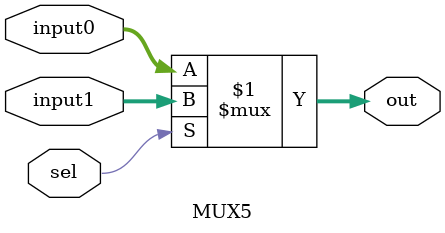
<source format=v>
`timescale 1ns / 1ps


module MUX5(
        input [4:0] input0,
        input [4:0] input1,
        input sel,
        output [4:0] out
    );
    assign out = (sel ? input1 : input0);
endmodule

</source>
